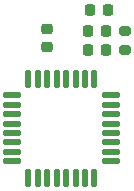
<source format=gbr>
%TF.GenerationSoftware,KiCad,Pcbnew,7.99.0-unknown-c06cea2fe9~166~ubuntu22.04.1*%
%TF.CreationDate,2023-02-26T22:53:06+01:00*%
%TF.ProjectId,FT245 relay,46543234-3520-4726-956c-61792e6b6963,rev?*%
%TF.SameCoordinates,Original*%
%TF.FileFunction,Paste,Top*%
%TF.FilePolarity,Positive*%
%FSLAX46Y46*%
G04 Gerber Fmt 4.6, Leading zero omitted, Abs format (unit mm)*
G04 Created by KiCad (PCBNEW 7.99.0-unknown-c06cea2fe9~166~ubuntu22.04.1) date 2023-02-26 22:53:06*
%MOMM*%
%LPD*%
G01*
G04 APERTURE LIST*
G04 Aperture macros list*
%AMRoundRect*
0 Rectangle with rounded corners*
0 $1 Rounding radius*
0 $2 $3 $4 $5 $6 $7 $8 $9 X,Y pos of 4 corners*
0 Add a 4 corners polygon primitive as box body*
4,1,4,$2,$3,$4,$5,$6,$7,$8,$9,$2,$3,0*
0 Add four circle primitives for the rounded corners*
1,1,$1+$1,$2,$3*
1,1,$1+$1,$4,$5*
1,1,$1+$1,$6,$7*
1,1,$1+$1,$8,$9*
0 Add four rect primitives between the rounded corners*
20,1,$1+$1,$2,$3,$4,$5,0*
20,1,$1+$1,$4,$5,$6,$7,0*
20,1,$1+$1,$6,$7,$8,$9,0*
20,1,$1+$1,$8,$9,$2,$3,0*%
G04 Aperture macros list end*
%ADD10RoundRect,0.125000X-0.125000X0.625000X-0.125000X-0.625000X0.125000X-0.625000X0.125000X0.625000X0*%
%ADD11RoundRect,0.125000X-0.625000X0.125000X-0.625000X-0.125000X0.625000X-0.125000X0.625000X0.125000X0*%
%ADD12RoundRect,0.218750X0.218750X0.256250X-0.218750X0.256250X-0.218750X-0.256250X0.218750X-0.256250X0*%
%ADD13RoundRect,0.225000X0.225000X0.250000X-0.225000X0.250000X-0.225000X-0.250000X0.225000X-0.250000X0*%
%ADD14RoundRect,0.225000X0.250000X-0.225000X0.250000X0.225000X-0.250000X0.225000X-0.250000X-0.225000X0*%
%ADD15RoundRect,0.200000X-0.275000X0.200000X-0.275000X-0.200000X0.275000X-0.200000X0.275000X0.200000X0*%
G04 APERTURE END LIST*
D10*
%TO.C,U1*%
X3390000Y9155000D03*
X2590000Y9155000D03*
X1790000Y9155000D03*
X990000Y9155000D03*
X190000Y9155000D03*
X-610000Y9155000D03*
X-1410000Y9155000D03*
X-2210000Y9155000D03*
D11*
X-3585000Y7780000D03*
X-3585000Y6980000D03*
X-3585000Y6180000D03*
X-3585000Y5380000D03*
X-3585000Y4580000D03*
X-3585000Y3780000D03*
X-3585000Y2980000D03*
X-3585000Y2180000D03*
D10*
X-2210000Y805000D03*
X-1410000Y805000D03*
X-610000Y805000D03*
X190000Y805000D03*
X990000Y805000D03*
X1790000Y805000D03*
X2590000Y805000D03*
X3390000Y805000D03*
D11*
X4765000Y2180000D03*
X4765000Y2980000D03*
X4765000Y3780000D03*
X4765000Y4580000D03*
X4765000Y5380000D03*
X4765000Y6180000D03*
X4765000Y6980000D03*
X4765000Y7780000D03*
%TD*%
D12*
%TO.C,L1*%
X4387500Y11600000D03*
X2812500Y11600000D03*
%TD*%
D13*
%TO.C,C6*%
X4375000Y13200000D03*
X2825000Y13200000D03*
%TD*%
%TO.C,C3*%
X4575000Y15000000D03*
X3025000Y15000000D03*
%TD*%
D14*
%TO.C,C2*%
X-600000Y11825000D03*
X-600000Y13375000D03*
%TD*%
D15*
%TO.C,R3*%
X6000000Y13225000D03*
X6000000Y11575000D03*
%TD*%
M02*

</source>
